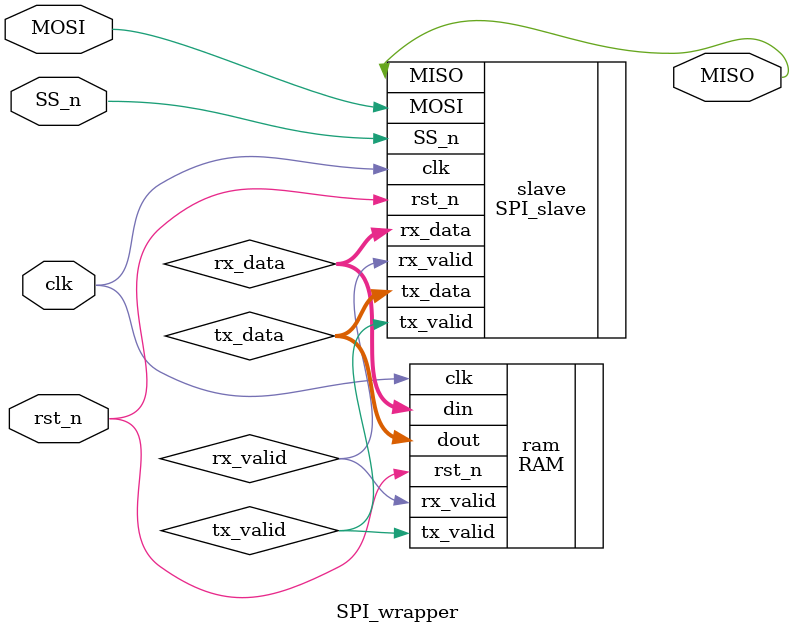
<source format=v>
module SPI_wrapper (MOSI, MISO, SS_n, clk, rst_n);
    input MOSI, SS_n, clk, rst_n;
    output MISO;

    wire tx_valid;
    wire [7 : 0] tx_data;
    wire rx_valid;
    wire [9 : 0] rx_data;

    SPI_slave slave (.MOSI(MOSI), .MISO(MISO), .SS_n(SS_n), .clk(clk), .rst_n(rst_n), 
                     .rx_data(rx_data), .rx_valid(rx_valid), .tx_data(tx_data), .tx_valid(tx_valid));

    RAM ram (.clk(clk), .rst_n(rst_n), .din(rx_data), .rx_valid(rx_valid), .dout(tx_data), .tx_valid(tx_valid));
endmodule
</source>
